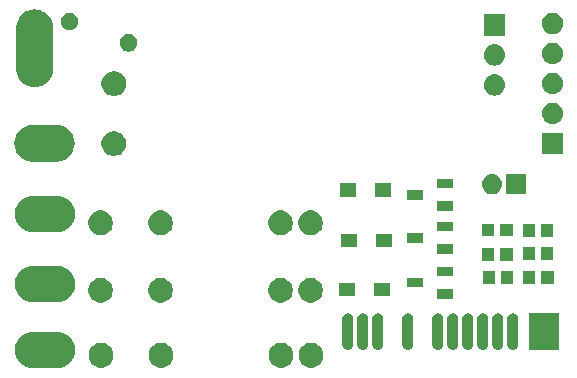
<source format=gbr>
G04 #@! TF.GenerationSoftware,KiCad,Pcbnew,(5.0.2)-1*
G04 #@! TF.CreationDate,2019-05-25T20:10:37+08:00*
G04 #@! TF.ProjectId,3RELAY,3352454c-4159-42e6-9b69-6361645f7063,rev?*
G04 #@! TF.SameCoordinates,Original*
G04 #@! TF.FileFunction,Soldermask,Top*
G04 #@! TF.FilePolarity,Negative*
%FSLAX46Y46*%
G04 Gerber Fmt 4.6, Leading zero omitted, Abs format (unit mm)*
G04 Created by KiCad (PCBNEW (5.0.2)-1) date 2019-05-25 20:10:37*
%MOMM*%
%LPD*%
G01*
G04 APERTURE LIST*
%ADD10C,0.100000*%
G04 APERTURE END LIST*
D10*
G36*
X134649463Y-127455461D02*
X134801369Y-127470422D01*
X134996279Y-127529547D01*
X135093735Y-127559110D01*
X135192010Y-127611640D01*
X135363178Y-127703131D01*
X135599349Y-127896951D01*
X135793169Y-128133122D01*
X135884660Y-128304290D01*
X135937190Y-128402565D01*
X135937190Y-128402566D01*
X136025878Y-128694931D01*
X136055824Y-128998980D01*
X136025878Y-129303029D01*
X135966753Y-129497939D01*
X135937190Y-129595395D01*
X135884660Y-129693670D01*
X135793169Y-129864838D01*
X135599349Y-130101009D01*
X135363178Y-130294829D01*
X135218195Y-130372324D01*
X135093735Y-130438850D01*
X134996279Y-130468413D01*
X134801369Y-130527538D01*
X134649463Y-130542499D01*
X134573511Y-130549980D01*
X132421129Y-130549980D01*
X132345177Y-130542499D01*
X132193271Y-130527538D01*
X131998361Y-130468413D01*
X131900905Y-130438850D01*
X131776445Y-130372324D01*
X131631462Y-130294829D01*
X131395291Y-130101009D01*
X131201471Y-129864838D01*
X131109980Y-129693670D01*
X131057450Y-129595395D01*
X131027887Y-129497939D01*
X130968762Y-129303029D01*
X130938816Y-128998980D01*
X130968762Y-128694931D01*
X131057450Y-128402566D01*
X131057450Y-128402565D01*
X131109980Y-128304290D01*
X131201471Y-128133122D01*
X131395291Y-127896951D01*
X131631462Y-127703131D01*
X131802630Y-127611640D01*
X131900905Y-127559110D01*
X131998361Y-127529547D01*
X132193271Y-127470422D01*
X132345177Y-127455461D01*
X132421129Y-127447980D01*
X134573511Y-127447980D01*
X134649463Y-127455461D01*
X134649463Y-127455461D01*
G37*
G36*
X156322405Y-128430329D02*
X156513674Y-128509555D01*
X156685816Y-128624577D01*
X156832203Y-128770964D01*
X156947225Y-128943106D01*
X157026451Y-129134375D01*
X157066840Y-129337424D01*
X157066840Y-129544456D01*
X157026451Y-129747505D01*
X156947225Y-129938774D01*
X156832203Y-130110916D01*
X156685816Y-130257303D01*
X156513674Y-130372325D01*
X156322405Y-130451551D01*
X156119356Y-130491940D01*
X155912324Y-130491940D01*
X155709275Y-130451551D01*
X155518006Y-130372325D01*
X155345864Y-130257303D01*
X155199477Y-130110916D01*
X155084455Y-129938774D01*
X155005229Y-129747505D01*
X154964840Y-129544456D01*
X154964840Y-129337424D01*
X155005229Y-129134375D01*
X155084455Y-128943106D01*
X155199477Y-128770964D01*
X155345864Y-128624577D01*
X155518006Y-128509555D01*
X155709275Y-128430329D01*
X155912324Y-128389940D01*
X156119356Y-128389940D01*
X156322405Y-128430329D01*
X156322405Y-128430329D01*
G37*
G36*
X143622405Y-128430329D02*
X143813674Y-128509555D01*
X143985816Y-128624577D01*
X144132203Y-128770964D01*
X144247225Y-128943106D01*
X144326451Y-129134375D01*
X144366840Y-129337424D01*
X144366840Y-129544456D01*
X144326451Y-129747505D01*
X144247225Y-129938774D01*
X144132203Y-130110916D01*
X143985816Y-130257303D01*
X143813674Y-130372325D01*
X143622405Y-130451551D01*
X143419356Y-130491940D01*
X143212324Y-130491940D01*
X143009275Y-130451551D01*
X142818006Y-130372325D01*
X142645864Y-130257303D01*
X142499477Y-130110916D01*
X142384455Y-129938774D01*
X142305229Y-129747505D01*
X142264840Y-129544456D01*
X142264840Y-129337424D01*
X142305229Y-129134375D01*
X142384455Y-128943106D01*
X142499477Y-128770964D01*
X142645864Y-128624577D01*
X142818006Y-128509555D01*
X143009275Y-128430329D01*
X143212324Y-128389940D01*
X143419356Y-128389940D01*
X143622405Y-128430329D01*
X143622405Y-128430329D01*
G37*
G36*
X153782405Y-128430329D02*
X153973674Y-128509555D01*
X154145816Y-128624577D01*
X154292203Y-128770964D01*
X154407225Y-128943106D01*
X154486451Y-129134375D01*
X154526840Y-129337424D01*
X154526840Y-129544456D01*
X154486451Y-129747505D01*
X154407225Y-129938774D01*
X154292203Y-130110916D01*
X154145816Y-130257303D01*
X153973674Y-130372325D01*
X153782405Y-130451551D01*
X153579356Y-130491940D01*
X153372324Y-130491940D01*
X153169275Y-130451551D01*
X152978006Y-130372325D01*
X152805864Y-130257303D01*
X152659477Y-130110916D01*
X152544455Y-129938774D01*
X152465229Y-129747505D01*
X152424840Y-129544456D01*
X152424840Y-129337424D01*
X152465229Y-129134375D01*
X152544455Y-128943106D01*
X152659477Y-128770964D01*
X152805864Y-128624577D01*
X152978006Y-128509555D01*
X153169275Y-128430329D01*
X153372324Y-128389940D01*
X153579356Y-128389940D01*
X153782405Y-128430329D01*
X153782405Y-128430329D01*
G37*
G36*
X138542405Y-128430329D02*
X138733674Y-128509555D01*
X138905816Y-128624577D01*
X139052203Y-128770964D01*
X139167225Y-128943106D01*
X139246451Y-129134375D01*
X139286840Y-129337424D01*
X139286840Y-129544456D01*
X139246451Y-129747505D01*
X139167225Y-129938774D01*
X139052203Y-130110916D01*
X138905816Y-130257303D01*
X138733674Y-130372325D01*
X138542405Y-130451551D01*
X138339356Y-130491940D01*
X138132324Y-130491940D01*
X137929275Y-130451551D01*
X137738006Y-130372325D01*
X137565864Y-130257303D01*
X137419477Y-130110916D01*
X137304455Y-129938774D01*
X137225229Y-129747505D01*
X137184840Y-129544456D01*
X137184840Y-129337424D01*
X137225229Y-129134375D01*
X137304455Y-128943106D01*
X137419477Y-128770964D01*
X137565864Y-128624577D01*
X137738006Y-128509555D01*
X137929275Y-128430329D01*
X138132324Y-128389940D01*
X138339356Y-128389940D01*
X138542405Y-128430329D01*
X138542405Y-128430329D01*
G37*
G36*
X160489413Y-125879705D02*
X160564456Y-125902470D01*
X160574425Y-125905494D01*
X160652774Y-125947373D01*
X160721448Y-126003732D01*
X160777807Y-126072406D01*
X160819686Y-126150755D01*
X160819687Y-126150759D01*
X160845475Y-126235767D01*
X160852000Y-126302022D01*
X160852000Y-128546338D01*
X160845475Y-128612593D01*
X160822710Y-128687636D01*
X160819686Y-128697605D01*
X160777807Y-128775954D01*
X160721450Y-128844626D01*
X160721446Y-128844630D01*
X160652777Y-128900985D01*
X160652773Y-128900987D01*
X160574424Y-128942866D01*
X160564455Y-128945890D01*
X160489412Y-128968655D01*
X160401000Y-128977362D01*
X160312587Y-128968655D01*
X160237544Y-128945890D01*
X160227575Y-128942866D01*
X160149226Y-128900987D01*
X160080552Y-128844628D01*
X160080550Y-128844626D01*
X160024195Y-128775957D01*
X160019664Y-128767479D01*
X159982314Y-128697604D01*
X159979290Y-128687635D01*
X159956525Y-128612592D01*
X159950000Y-128546337D01*
X159950001Y-126302022D01*
X159956526Y-126235767D01*
X159982314Y-126150759D01*
X159982315Y-126150755D01*
X160024194Y-126072406D01*
X160080553Y-126003732D01*
X160149227Y-125947373D01*
X160227576Y-125905494D01*
X160237545Y-125902470D01*
X160312588Y-125879705D01*
X160401000Y-125870998D01*
X160489413Y-125879705D01*
X160489413Y-125879705D01*
G37*
G36*
X161759413Y-125879705D02*
X161834456Y-125902470D01*
X161844425Y-125905494D01*
X161922774Y-125947373D01*
X161991448Y-126003732D01*
X162047807Y-126072406D01*
X162089686Y-126150755D01*
X162089687Y-126150759D01*
X162115475Y-126235767D01*
X162122000Y-126302022D01*
X162122000Y-128546338D01*
X162115475Y-128612593D01*
X162092710Y-128687636D01*
X162089686Y-128697605D01*
X162047807Y-128775954D01*
X161991450Y-128844626D01*
X161991446Y-128844630D01*
X161922777Y-128900985D01*
X161922773Y-128900987D01*
X161844424Y-128942866D01*
X161834455Y-128945890D01*
X161759412Y-128968655D01*
X161671000Y-128977362D01*
X161582587Y-128968655D01*
X161507544Y-128945890D01*
X161497575Y-128942866D01*
X161419226Y-128900987D01*
X161350552Y-128844628D01*
X161350550Y-128844626D01*
X161294195Y-128775957D01*
X161289664Y-128767479D01*
X161252314Y-128697604D01*
X161249290Y-128687635D01*
X161226525Y-128612592D01*
X161220000Y-128546337D01*
X161220001Y-126302022D01*
X161226526Y-126235767D01*
X161252314Y-126150759D01*
X161252315Y-126150755D01*
X161294194Y-126072406D01*
X161350553Y-126003732D01*
X161419227Y-125947373D01*
X161497576Y-125905494D01*
X161507545Y-125902470D01*
X161582588Y-125879705D01*
X161671000Y-125870998D01*
X161759413Y-125879705D01*
X161759413Y-125879705D01*
G37*
G36*
X159219413Y-125879705D02*
X159294456Y-125902470D01*
X159304425Y-125905494D01*
X159382774Y-125947373D01*
X159451448Y-126003732D01*
X159507807Y-126072406D01*
X159549686Y-126150755D01*
X159549687Y-126150759D01*
X159575475Y-126235767D01*
X159582000Y-126302022D01*
X159582000Y-128546338D01*
X159575475Y-128612593D01*
X159552710Y-128687636D01*
X159549686Y-128697605D01*
X159507807Y-128775954D01*
X159451450Y-128844626D01*
X159451446Y-128844630D01*
X159382777Y-128900985D01*
X159382773Y-128900987D01*
X159304424Y-128942866D01*
X159294455Y-128945890D01*
X159219412Y-128968655D01*
X159131000Y-128977362D01*
X159042587Y-128968655D01*
X158967544Y-128945890D01*
X158957575Y-128942866D01*
X158879226Y-128900987D01*
X158810552Y-128844628D01*
X158810550Y-128844626D01*
X158754195Y-128775957D01*
X158749664Y-128767479D01*
X158712314Y-128697604D01*
X158709290Y-128687635D01*
X158686525Y-128612592D01*
X158680000Y-128546337D01*
X158680001Y-126302022D01*
X158686526Y-126235767D01*
X158712314Y-126150759D01*
X158712315Y-126150755D01*
X158754194Y-126072406D01*
X158810553Y-126003732D01*
X158879227Y-125947373D01*
X158957576Y-125905494D01*
X158967545Y-125902470D01*
X159042588Y-125879705D01*
X159131000Y-125870998D01*
X159219413Y-125879705D01*
X159219413Y-125879705D01*
G37*
G36*
X164299413Y-125879705D02*
X164374456Y-125902470D01*
X164384425Y-125905494D01*
X164462774Y-125947373D01*
X164531448Y-126003732D01*
X164587807Y-126072406D01*
X164629686Y-126150755D01*
X164629687Y-126150759D01*
X164655475Y-126235767D01*
X164662000Y-126302022D01*
X164662000Y-128546338D01*
X164655475Y-128612593D01*
X164632710Y-128687636D01*
X164629686Y-128697605D01*
X164587807Y-128775954D01*
X164531450Y-128844626D01*
X164531446Y-128844630D01*
X164462777Y-128900985D01*
X164462773Y-128900987D01*
X164384424Y-128942866D01*
X164374455Y-128945890D01*
X164299412Y-128968655D01*
X164211000Y-128977362D01*
X164122587Y-128968655D01*
X164047544Y-128945890D01*
X164037575Y-128942866D01*
X163959226Y-128900987D01*
X163890552Y-128844628D01*
X163890550Y-128844626D01*
X163834195Y-128775957D01*
X163829664Y-128767479D01*
X163792314Y-128697604D01*
X163789290Y-128687635D01*
X163766525Y-128612592D01*
X163760000Y-128546337D01*
X163760001Y-126302022D01*
X163766526Y-126235767D01*
X163792314Y-126150759D01*
X163792315Y-126150755D01*
X163834194Y-126072406D01*
X163890553Y-126003732D01*
X163959227Y-125947373D01*
X164037576Y-125905494D01*
X164047545Y-125902470D01*
X164122588Y-125879705D01*
X164211000Y-125870998D01*
X164299413Y-125879705D01*
X164299413Y-125879705D01*
G37*
G36*
X170649413Y-125879705D02*
X170724456Y-125902470D01*
X170734425Y-125905494D01*
X170812774Y-125947373D01*
X170881448Y-126003732D01*
X170937807Y-126072406D01*
X170979686Y-126150755D01*
X170979687Y-126150759D01*
X171005475Y-126235767D01*
X171012000Y-126302022D01*
X171012000Y-128546338D01*
X171005475Y-128612593D01*
X170982710Y-128687636D01*
X170979686Y-128697605D01*
X170937807Y-128775954D01*
X170881450Y-128844626D01*
X170881446Y-128844630D01*
X170812777Y-128900985D01*
X170812773Y-128900987D01*
X170734424Y-128942866D01*
X170724455Y-128945890D01*
X170649412Y-128968655D01*
X170561000Y-128977362D01*
X170472587Y-128968655D01*
X170397544Y-128945890D01*
X170387575Y-128942866D01*
X170309226Y-128900987D01*
X170240552Y-128844628D01*
X170240550Y-128844626D01*
X170184195Y-128775957D01*
X170179664Y-128767479D01*
X170142314Y-128697604D01*
X170139290Y-128687635D01*
X170116525Y-128612592D01*
X170110000Y-128546337D01*
X170110001Y-126302022D01*
X170116526Y-126235767D01*
X170142314Y-126150759D01*
X170142315Y-126150755D01*
X170184194Y-126072406D01*
X170240553Y-126003732D01*
X170309227Y-125947373D01*
X170387576Y-125905494D01*
X170397545Y-125902470D01*
X170472588Y-125879705D01*
X170561000Y-125870998D01*
X170649413Y-125879705D01*
X170649413Y-125879705D01*
G37*
G36*
X171919413Y-125879705D02*
X171994456Y-125902470D01*
X172004425Y-125905494D01*
X172082774Y-125947373D01*
X172151448Y-126003732D01*
X172207807Y-126072406D01*
X172249686Y-126150755D01*
X172249687Y-126150759D01*
X172275475Y-126235767D01*
X172282000Y-126302022D01*
X172282000Y-128546338D01*
X172275475Y-128612593D01*
X172252710Y-128687636D01*
X172249686Y-128697605D01*
X172207807Y-128775954D01*
X172151450Y-128844626D01*
X172151446Y-128844630D01*
X172082777Y-128900985D01*
X172082773Y-128900987D01*
X172004424Y-128942866D01*
X171994455Y-128945890D01*
X171919412Y-128968655D01*
X171831000Y-128977362D01*
X171742587Y-128968655D01*
X171667544Y-128945890D01*
X171657575Y-128942866D01*
X171579226Y-128900987D01*
X171510552Y-128844628D01*
X171510550Y-128844626D01*
X171454195Y-128775957D01*
X171449664Y-128767479D01*
X171412314Y-128697604D01*
X171409290Y-128687635D01*
X171386525Y-128612592D01*
X171380000Y-128546337D01*
X171380001Y-126302022D01*
X171386526Y-126235767D01*
X171412314Y-126150759D01*
X171412315Y-126150755D01*
X171454194Y-126072406D01*
X171510553Y-126003732D01*
X171579227Y-125947373D01*
X171657576Y-125905494D01*
X171667545Y-125902470D01*
X171742588Y-125879705D01*
X171831000Y-125870998D01*
X171919413Y-125879705D01*
X171919413Y-125879705D01*
G37*
G36*
X173189413Y-125879705D02*
X173264456Y-125902470D01*
X173274425Y-125905494D01*
X173352774Y-125947373D01*
X173421448Y-126003732D01*
X173477807Y-126072406D01*
X173519686Y-126150755D01*
X173519687Y-126150759D01*
X173545475Y-126235767D01*
X173552000Y-126302022D01*
X173552000Y-128546338D01*
X173545475Y-128612593D01*
X173522710Y-128687636D01*
X173519686Y-128697605D01*
X173477807Y-128775954D01*
X173421450Y-128844626D01*
X173421446Y-128844630D01*
X173352777Y-128900985D01*
X173352773Y-128900987D01*
X173274424Y-128942866D01*
X173264455Y-128945890D01*
X173189412Y-128968655D01*
X173101000Y-128977362D01*
X173012587Y-128968655D01*
X172937544Y-128945890D01*
X172927575Y-128942866D01*
X172849226Y-128900987D01*
X172780552Y-128844628D01*
X172780550Y-128844626D01*
X172724195Y-128775957D01*
X172719664Y-128767479D01*
X172682314Y-128697604D01*
X172679290Y-128687635D01*
X172656525Y-128612592D01*
X172650000Y-128546337D01*
X172650001Y-126302022D01*
X172656526Y-126235767D01*
X172682314Y-126150759D01*
X172682315Y-126150755D01*
X172724194Y-126072406D01*
X172780553Y-126003732D01*
X172849227Y-125947373D01*
X172927576Y-125905494D01*
X172937545Y-125902470D01*
X173012588Y-125879705D01*
X173101000Y-125870998D01*
X173189413Y-125879705D01*
X173189413Y-125879705D01*
G37*
G36*
X169379413Y-125879705D02*
X169454456Y-125902470D01*
X169464425Y-125905494D01*
X169542774Y-125947373D01*
X169611448Y-126003732D01*
X169667807Y-126072406D01*
X169709686Y-126150755D01*
X169709687Y-126150759D01*
X169735475Y-126235767D01*
X169742000Y-126302022D01*
X169742000Y-128546338D01*
X169735475Y-128612593D01*
X169712710Y-128687636D01*
X169709686Y-128697605D01*
X169667807Y-128775954D01*
X169611450Y-128844626D01*
X169611446Y-128844630D01*
X169542777Y-128900985D01*
X169542773Y-128900987D01*
X169464424Y-128942866D01*
X169454455Y-128945890D01*
X169379412Y-128968655D01*
X169291000Y-128977362D01*
X169202587Y-128968655D01*
X169127544Y-128945890D01*
X169117575Y-128942866D01*
X169039226Y-128900987D01*
X168970552Y-128844628D01*
X168970550Y-128844626D01*
X168914195Y-128775957D01*
X168909664Y-128767479D01*
X168872314Y-128697604D01*
X168869290Y-128687635D01*
X168846525Y-128612592D01*
X168840000Y-128546337D01*
X168840001Y-126302022D01*
X168846526Y-126235767D01*
X168872314Y-126150759D01*
X168872315Y-126150755D01*
X168914194Y-126072406D01*
X168970553Y-126003732D01*
X169039227Y-125947373D01*
X169117576Y-125905494D01*
X169127545Y-125902470D01*
X169202588Y-125879705D01*
X169291000Y-125870998D01*
X169379413Y-125879705D01*
X169379413Y-125879705D01*
G37*
G36*
X166839413Y-125879705D02*
X166914456Y-125902470D01*
X166924425Y-125905494D01*
X167002774Y-125947373D01*
X167071448Y-126003732D01*
X167127807Y-126072406D01*
X167169686Y-126150755D01*
X167169687Y-126150759D01*
X167195475Y-126235767D01*
X167202000Y-126302022D01*
X167202000Y-128546338D01*
X167195475Y-128612593D01*
X167172710Y-128687636D01*
X167169686Y-128697605D01*
X167127807Y-128775954D01*
X167071450Y-128844626D01*
X167071446Y-128844630D01*
X167002777Y-128900985D01*
X167002773Y-128900987D01*
X166924424Y-128942866D01*
X166914455Y-128945890D01*
X166839412Y-128968655D01*
X166751000Y-128977362D01*
X166662587Y-128968655D01*
X166587544Y-128945890D01*
X166577575Y-128942866D01*
X166499226Y-128900987D01*
X166430552Y-128844628D01*
X166430550Y-128844626D01*
X166374195Y-128775957D01*
X166369664Y-128767479D01*
X166332314Y-128697604D01*
X166329290Y-128687635D01*
X166306525Y-128612592D01*
X166300000Y-128546337D01*
X166300001Y-126302022D01*
X166306526Y-126235767D01*
X166332314Y-126150759D01*
X166332315Y-126150755D01*
X166374194Y-126072406D01*
X166430553Y-126003732D01*
X166499227Y-125947373D01*
X166577576Y-125905494D01*
X166587545Y-125902470D01*
X166662588Y-125879705D01*
X166751000Y-125870998D01*
X166839413Y-125879705D01*
X166839413Y-125879705D01*
G37*
G36*
X168109413Y-125879705D02*
X168184456Y-125902470D01*
X168194425Y-125905494D01*
X168272774Y-125947373D01*
X168341448Y-126003732D01*
X168397807Y-126072406D01*
X168439686Y-126150755D01*
X168439687Y-126150759D01*
X168465475Y-126235767D01*
X168472000Y-126302022D01*
X168472000Y-128546338D01*
X168465475Y-128612593D01*
X168442710Y-128687636D01*
X168439686Y-128697605D01*
X168397807Y-128775954D01*
X168341450Y-128844626D01*
X168341446Y-128844630D01*
X168272777Y-128900985D01*
X168272773Y-128900987D01*
X168194424Y-128942866D01*
X168184455Y-128945890D01*
X168109412Y-128968655D01*
X168021000Y-128977362D01*
X167932587Y-128968655D01*
X167857544Y-128945890D01*
X167847575Y-128942866D01*
X167769226Y-128900987D01*
X167700552Y-128844628D01*
X167700550Y-128844626D01*
X167644195Y-128775957D01*
X167639664Y-128767479D01*
X167602314Y-128697604D01*
X167599290Y-128687635D01*
X167576525Y-128612592D01*
X167570000Y-128546337D01*
X167570001Y-126302022D01*
X167576526Y-126235767D01*
X167602314Y-126150759D01*
X167602315Y-126150755D01*
X167644194Y-126072406D01*
X167700553Y-126003732D01*
X167769227Y-125947373D01*
X167847576Y-125905494D01*
X167857545Y-125902470D01*
X167932588Y-125879705D01*
X168021000Y-125870998D01*
X168109413Y-125879705D01*
X168109413Y-125879705D01*
G37*
G36*
X177048680Y-128975180D02*
X174446680Y-128975180D01*
X174446680Y-125873180D01*
X177048680Y-125873180D01*
X177048680Y-128975180D01*
X177048680Y-128975180D01*
G37*
G36*
X138510505Y-122915989D02*
X138701774Y-122995215D01*
X138873916Y-123110237D01*
X139020303Y-123256624D01*
X139135325Y-123428766D01*
X139214551Y-123620035D01*
X139254940Y-123823084D01*
X139254940Y-124030116D01*
X139214551Y-124233165D01*
X139135325Y-124424434D01*
X139020303Y-124596576D01*
X138873916Y-124742963D01*
X138701774Y-124857985D01*
X138510505Y-124937211D01*
X138307456Y-124977600D01*
X138100424Y-124977600D01*
X137897375Y-124937211D01*
X137706106Y-124857985D01*
X137533964Y-124742963D01*
X137387577Y-124596576D01*
X137272555Y-124424434D01*
X137193329Y-124233165D01*
X137152940Y-124030116D01*
X137152940Y-123823084D01*
X137193329Y-123620035D01*
X137272555Y-123428766D01*
X137387577Y-123256624D01*
X137533964Y-123110237D01*
X137706106Y-122995215D01*
X137897375Y-122915989D01*
X138100424Y-122875600D01*
X138307456Y-122875600D01*
X138510505Y-122915989D01*
X138510505Y-122915989D01*
G37*
G36*
X153750505Y-122915989D02*
X153941774Y-122995215D01*
X154113916Y-123110237D01*
X154260303Y-123256624D01*
X154375325Y-123428766D01*
X154454551Y-123620035D01*
X154494940Y-123823084D01*
X154494940Y-124030116D01*
X154454551Y-124233165D01*
X154375325Y-124424434D01*
X154260303Y-124596576D01*
X154113916Y-124742963D01*
X153941774Y-124857985D01*
X153750505Y-124937211D01*
X153547456Y-124977600D01*
X153340424Y-124977600D01*
X153137375Y-124937211D01*
X152946106Y-124857985D01*
X152773964Y-124742963D01*
X152627577Y-124596576D01*
X152512555Y-124424434D01*
X152433329Y-124233165D01*
X152392940Y-124030116D01*
X152392940Y-123823084D01*
X152433329Y-123620035D01*
X152512555Y-123428766D01*
X152627577Y-123256624D01*
X152773964Y-123110237D01*
X152946106Y-122995215D01*
X153137375Y-122915989D01*
X153340424Y-122875600D01*
X153547456Y-122875600D01*
X153750505Y-122915989D01*
X153750505Y-122915989D01*
G37*
G36*
X143590505Y-122915989D02*
X143781774Y-122995215D01*
X143953916Y-123110237D01*
X144100303Y-123256624D01*
X144215325Y-123428766D01*
X144294551Y-123620035D01*
X144334940Y-123823084D01*
X144334940Y-124030116D01*
X144294551Y-124233165D01*
X144215325Y-124424434D01*
X144100303Y-124596576D01*
X143953916Y-124742963D01*
X143781774Y-124857985D01*
X143590505Y-124937211D01*
X143387456Y-124977600D01*
X143180424Y-124977600D01*
X142977375Y-124937211D01*
X142786106Y-124857985D01*
X142613964Y-124742963D01*
X142467577Y-124596576D01*
X142352555Y-124424434D01*
X142273329Y-124233165D01*
X142232940Y-124030116D01*
X142232940Y-123823084D01*
X142273329Y-123620035D01*
X142352555Y-123428766D01*
X142467577Y-123256624D01*
X142613964Y-123110237D01*
X142786106Y-122995215D01*
X142977375Y-122915989D01*
X143180424Y-122875600D01*
X143387456Y-122875600D01*
X143590505Y-122915989D01*
X143590505Y-122915989D01*
G37*
G36*
X156290505Y-122915989D02*
X156481774Y-122995215D01*
X156653916Y-123110237D01*
X156800303Y-123256624D01*
X156915325Y-123428766D01*
X156994551Y-123620035D01*
X157034940Y-123823084D01*
X157034940Y-124030116D01*
X156994551Y-124233165D01*
X156915325Y-124424434D01*
X156800303Y-124596576D01*
X156653916Y-124742963D01*
X156481774Y-124857985D01*
X156290505Y-124937211D01*
X156087456Y-124977600D01*
X155880424Y-124977600D01*
X155677375Y-124937211D01*
X155486106Y-124857985D01*
X155313964Y-124742963D01*
X155167577Y-124596576D01*
X155052555Y-124424434D01*
X154973329Y-124233165D01*
X154932940Y-124030116D01*
X154932940Y-123823084D01*
X154973329Y-123620035D01*
X155052555Y-123428766D01*
X155167577Y-123256624D01*
X155313964Y-123110237D01*
X155486106Y-122995215D01*
X155677375Y-122915989D01*
X155880424Y-122875600D01*
X156087456Y-122875600D01*
X156290505Y-122915989D01*
X156290505Y-122915989D01*
G37*
G36*
X134672323Y-121854761D02*
X134824229Y-121869722D01*
X135019139Y-121928847D01*
X135116595Y-121958410D01*
X135214870Y-122010940D01*
X135386038Y-122102431D01*
X135622209Y-122296251D01*
X135816029Y-122532422D01*
X135907520Y-122703590D01*
X135960050Y-122801865D01*
X135960050Y-122801866D01*
X136048738Y-123094231D01*
X136078684Y-123398280D01*
X136048738Y-123702329D01*
X136012107Y-123823084D01*
X135960050Y-123994695D01*
X135941118Y-124030114D01*
X135816029Y-124264138D01*
X135622209Y-124500309D01*
X135386038Y-124694129D01*
X135294672Y-124742965D01*
X135116595Y-124838150D01*
X135051210Y-124857984D01*
X134824229Y-124926838D01*
X134718909Y-124937211D01*
X134596371Y-124949280D01*
X132443989Y-124949280D01*
X132321451Y-124937211D01*
X132216131Y-124926838D01*
X131989150Y-124857984D01*
X131923765Y-124838150D01*
X131745688Y-124742965D01*
X131654322Y-124694129D01*
X131418151Y-124500309D01*
X131224331Y-124264138D01*
X131099242Y-124030114D01*
X131080310Y-123994695D01*
X131028253Y-123823084D01*
X130991622Y-123702329D01*
X130961676Y-123398280D01*
X130991622Y-123094231D01*
X131080310Y-122801866D01*
X131080310Y-122801865D01*
X131132840Y-122703590D01*
X131224331Y-122532422D01*
X131418151Y-122296251D01*
X131654322Y-122102431D01*
X131825490Y-122010940D01*
X131923765Y-121958410D01*
X132021221Y-121928847D01*
X132216131Y-121869722D01*
X132368037Y-121854761D01*
X132443989Y-121847280D01*
X134596371Y-121847280D01*
X134672323Y-121854761D01*
X134672323Y-121854761D01*
G37*
G36*
X168039460Y-124647680D02*
X166687460Y-124647680D01*
X166687460Y-123845680D01*
X168039460Y-123845680D01*
X168039460Y-124647680D01*
X168039460Y-124647680D01*
G37*
G36*
X159785620Y-124442040D02*
X158433620Y-124442040D01*
X158433620Y-123340040D01*
X159785620Y-123340040D01*
X159785620Y-124442040D01*
X159785620Y-124442040D01*
G37*
G36*
X162735620Y-124442040D02*
X161383620Y-124442040D01*
X161383620Y-123340040D01*
X162735620Y-123340040D01*
X162735620Y-124442040D01*
X162735620Y-124442040D01*
G37*
G36*
X165539460Y-123697680D02*
X164187460Y-123697680D01*
X164187460Y-122895680D01*
X165539460Y-122895680D01*
X165539460Y-123697680D01*
X165539460Y-123697680D01*
G37*
G36*
X175018320Y-123408420D02*
X173986320Y-123408420D01*
X173986320Y-122326420D01*
X175018320Y-122326420D01*
X175018320Y-123408420D01*
X175018320Y-123408420D01*
G37*
G36*
X176558320Y-123408420D02*
X175526320Y-123408420D01*
X175526320Y-122326420D01*
X176558320Y-122326420D01*
X176558320Y-123408420D01*
X176558320Y-123408420D01*
G37*
G36*
X171610020Y-123385560D02*
X170578020Y-123385560D01*
X170578020Y-122303560D01*
X171610020Y-122303560D01*
X171610020Y-123385560D01*
X171610020Y-123385560D01*
G37*
G36*
X173150020Y-123385560D02*
X172118020Y-123385560D01*
X172118020Y-122303560D01*
X173150020Y-122303560D01*
X173150020Y-123385560D01*
X173150020Y-123385560D01*
G37*
G36*
X168039460Y-122747680D02*
X166687460Y-122747680D01*
X166687460Y-121945680D01*
X168039460Y-121945680D01*
X168039460Y-122747680D01*
X168039460Y-122747680D01*
G37*
G36*
X173089060Y-121445000D02*
X172057060Y-121445000D01*
X172057060Y-120363000D01*
X173089060Y-120363000D01*
X173089060Y-121445000D01*
X173089060Y-121445000D01*
G37*
G36*
X171549060Y-121445000D02*
X170517060Y-121445000D01*
X170517060Y-120363000D01*
X171549060Y-120363000D01*
X171549060Y-121445000D01*
X171549060Y-121445000D01*
G37*
G36*
X176528220Y-121386580D02*
X175496220Y-121386580D01*
X175496220Y-120304580D01*
X176528220Y-120304580D01*
X176528220Y-121386580D01*
X176528220Y-121386580D01*
G37*
G36*
X174988220Y-121386580D02*
X173956220Y-121386580D01*
X173956220Y-120304580D01*
X174988220Y-120304580D01*
X174988220Y-121386580D01*
X174988220Y-121386580D01*
G37*
G36*
X168013740Y-120857960D02*
X166661740Y-120857960D01*
X166661740Y-120055960D01*
X168013740Y-120055960D01*
X168013740Y-120857960D01*
X168013740Y-120857960D01*
G37*
G36*
X159903520Y-120306920D02*
X158551520Y-120306920D01*
X158551520Y-119204920D01*
X159903520Y-119204920D01*
X159903520Y-120306920D01*
X159903520Y-120306920D01*
G37*
G36*
X162853520Y-120306920D02*
X161501520Y-120306920D01*
X161501520Y-119204920D01*
X162853520Y-119204920D01*
X162853520Y-120306920D01*
X162853520Y-120306920D01*
G37*
G36*
X165513740Y-119907960D02*
X164161740Y-119907960D01*
X164161740Y-119105960D01*
X165513740Y-119105960D01*
X165513740Y-119907960D01*
X165513740Y-119907960D01*
G37*
G36*
X174980980Y-119397760D02*
X173948980Y-119397760D01*
X173948980Y-118315760D01*
X174980980Y-118315760D01*
X174980980Y-119397760D01*
X174980980Y-119397760D01*
G37*
G36*
X176520980Y-119397760D02*
X175488980Y-119397760D01*
X175488980Y-118315760D01*
X176520980Y-118315760D01*
X176520980Y-119397760D01*
X176520980Y-119397760D01*
G37*
G36*
X173091980Y-119377440D02*
X172059980Y-119377440D01*
X172059980Y-118295440D01*
X173091980Y-118295440D01*
X173091980Y-119377440D01*
X173091980Y-119377440D01*
G37*
G36*
X171551980Y-119377440D02*
X170519980Y-119377440D01*
X170519980Y-118295440D01*
X171551980Y-118295440D01*
X171551980Y-119377440D01*
X171551980Y-119377440D01*
G37*
G36*
X156286845Y-117210029D02*
X156478114Y-117289255D01*
X156650256Y-117404277D01*
X156796643Y-117550664D01*
X156911665Y-117722806D01*
X156990891Y-117914075D01*
X157031280Y-118117124D01*
X157031280Y-118324156D01*
X156990891Y-118527205D01*
X156911665Y-118718474D01*
X156796643Y-118890616D01*
X156650256Y-119037003D01*
X156478114Y-119152025D01*
X156286845Y-119231251D01*
X156083796Y-119271640D01*
X155876764Y-119271640D01*
X155673715Y-119231251D01*
X155482446Y-119152025D01*
X155310304Y-119037003D01*
X155163917Y-118890616D01*
X155048895Y-118718474D01*
X154969669Y-118527205D01*
X154929280Y-118324156D01*
X154929280Y-118117124D01*
X154969669Y-117914075D01*
X155048895Y-117722806D01*
X155163917Y-117550664D01*
X155310304Y-117404277D01*
X155482446Y-117289255D01*
X155673715Y-117210029D01*
X155876764Y-117169640D01*
X156083796Y-117169640D01*
X156286845Y-117210029D01*
X156286845Y-117210029D01*
G37*
G36*
X138506845Y-117210029D02*
X138698114Y-117289255D01*
X138870256Y-117404277D01*
X139016643Y-117550664D01*
X139131665Y-117722806D01*
X139210891Y-117914075D01*
X139251280Y-118117124D01*
X139251280Y-118324156D01*
X139210891Y-118527205D01*
X139131665Y-118718474D01*
X139016643Y-118890616D01*
X138870256Y-119037003D01*
X138698114Y-119152025D01*
X138506845Y-119231251D01*
X138303796Y-119271640D01*
X138096764Y-119271640D01*
X137893715Y-119231251D01*
X137702446Y-119152025D01*
X137530304Y-119037003D01*
X137383917Y-118890616D01*
X137268895Y-118718474D01*
X137189669Y-118527205D01*
X137149280Y-118324156D01*
X137149280Y-118117124D01*
X137189669Y-117914075D01*
X137268895Y-117722806D01*
X137383917Y-117550664D01*
X137530304Y-117404277D01*
X137702446Y-117289255D01*
X137893715Y-117210029D01*
X138096764Y-117169640D01*
X138303796Y-117169640D01*
X138506845Y-117210029D01*
X138506845Y-117210029D01*
G37*
G36*
X143586845Y-117210029D02*
X143778114Y-117289255D01*
X143950256Y-117404277D01*
X144096643Y-117550664D01*
X144211665Y-117722806D01*
X144290891Y-117914075D01*
X144331280Y-118117124D01*
X144331280Y-118324156D01*
X144290891Y-118527205D01*
X144211665Y-118718474D01*
X144096643Y-118890616D01*
X143950256Y-119037003D01*
X143778114Y-119152025D01*
X143586845Y-119231251D01*
X143383796Y-119271640D01*
X143176764Y-119271640D01*
X142973715Y-119231251D01*
X142782446Y-119152025D01*
X142610304Y-119037003D01*
X142463917Y-118890616D01*
X142348895Y-118718474D01*
X142269669Y-118527205D01*
X142229280Y-118324156D01*
X142229280Y-118117124D01*
X142269669Y-117914075D01*
X142348895Y-117722806D01*
X142463917Y-117550664D01*
X142610304Y-117404277D01*
X142782446Y-117289255D01*
X142973715Y-117210029D01*
X143176764Y-117169640D01*
X143383796Y-117169640D01*
X143586845Y-117210029D01*
X143586845Y-117210029D01*
G37*
G36*
X153746845Y-117210029D02*
X153938114Y-117289255D01*
X154110256Y-117404277D01*
X154256643Y-117550664D01*
X154371665Y-117722806D01*
X154450891Y-117914075D01*
X154491280Y-118117124D01*
X154491280Y-118324156D01*
X154450891Y-118527205D01*
X154371665Y-118718474D01*
X154256643Y-118890616D01*
X154110256Y-119037003D01*
X153938114Y-119152025D01*
X153746845Y-119231251D01*
X153543796Y-119271640D01*
X153336764Y-119271640D01*
X153133715Y-119231251D01*
X152942446Y-119152025D01*
X152770304Y-119037003D01*
X152623917Y-118890616D01*
X152508895Y-118718474D01*
X152429669Y-118527205D01*
X152389280Y-118324156D01*
X152389280Y-118117124D01*
X152429669Y-117914075D01*
X152508895Y-117722806D01*
X152623917Y-117550664D01*
X152770304Y-117404277D01*
X152942446Y-117289255D01*
X153133715Y-117210029D01*
X153336764Y-117169640D01*
X153543796Y-117169640D01*
X153746845Y-117210029D01*
X153746845Y-117210029D01*
G37*
G36*
X134659623Y-115931481D02*
X134811529Y-115946442D01*
X134976680Y-115996540D01*
X135103895Y-116035130D01*
X135202170Y-116087660D01*
X135373338Y-116179151D01*
X135609509Y-116372971D01*
X135803329Y-116609142D01*
X135894820Y-116780310D01*
X135947350Y-116878585D01*
X135947350Y-116878586D01*
X136036038Y-117170951D01*
X136065984Y-117475000D01*
X136036038Y-117779049D01*
X135995078Y-117914075D01*
X135947350Y-118071415D01*
X135902159Y-118155960D01*
X135803329Y-118340858D01*
X135609509Y-118577029D01*
X135373338Y-118770849D01*
X135202170Y-118862340D01*
X135103895Y-118914870D01*
X135006439Y-118944433D01*
X134811529Y-119003558D01*
X134659623Y-119018519D01*
X134583671Y-119026000D01*
X132431289Y-119026000D01*
X132355337Y-119018519D01*
X132203431Y-119003558D01*
X132008521Y-118944433D01*
X131911065Y-118914870D01*
X131812790Y-118862340D01*
X131641622Y-118770849D01*
X131405451Y-118577029D01*
X131211631Y-118340858D01*
X131112801Y-118155960D01*
X131067610Y-118071415D01*
X131019882Y-117914075D01*
X130978922Y-117779049D01*
X130948976Y-117475000D01*
X130978922Y-117170951D01*
X131067610Y-116878586D01*
X131067610Y-116878585D01*
X131120140Y-116780310D01*
X131211631Y-116609142D01*
X131405451Y-116372971D01*
X131641622Y-116179151D01*
X131812790Y-116087660D01*
X131911065Y-116035130D01*
X132038280Y-115996540D01*
X132203431Y-115946442D01*
X132355337Y-115931481D01*
X132431289Y-115924000D01*
X134583671Y-115924000D01*
X134659623Y-115931481D01*
X134659623Y-115931481D01*
G37*
G36*
X168013740Y-118957960D02*
X166661740Y-118957960D01*
X166661740Y-118155960D01*
X168013740Y-118155960D01*
X168013740Y-118957960D01*
X168013740Y-118957960D01*
G37*
G36*
X168041680Y-117210520D02*
X166689680Y-117210520D01*
X166689680Y-116408520D01*
X168041680Y-116408520D01*
X168041680Y-117210520D01*
X168041680Y-117210520D01*
G37*
G36*
X165541680Y-116260520D02*
X164189680Y-116260520D01*
X164189680Y-115458520D01*
X165541680Y-115458520D01*
X165541680Y-116260520D01*
X165541680Y-116260520D01*
G37*
G36*
X159829860Y-115996540D02*
X158477860Y-115996540D01*
X158477860Y-114894540D01*
X159829860Y-114894540D01*
X159829860Y-115996540D01*
X159829860Y-115996540D01*
G37*
G36*
X162779860Y-115996540D02*
X161427860Y-115996540D01*
X161427860Y-114894540D01*
X162779860Y-114894540D01*
X162779860Y-115996540D01*
X162779860Y-115996540D01*
G37*
G36*
X171520301Y-114126793D02*
X171520304Y-114126794D01*
X171520305Y-114126794D01*
X171680719Y-114175455D01*
X171680721Y-114175456D01*
X171680724Y-114175457D01*
X171828558Y-114254475D01*
X171958139Y-114360821D01*
X172064485Y-114490402D01*
X172143503Y-114638236D01*
X172192167Y-114798659D01*
X172208597Y-114965480D01*
X172192167Y-115132301D01*
X172143503Y-115292724D01*
X172064485Y-115440558D01*
X171958139Y-115570139D01*
X171828558Y-115676485D01*
X171680724Y-115755503D01*
X171680721Y-115755504D01*
X171680719Y-115755505D01*
X171520305Y-115804166D01*
X171520304Y-115804166D01*
X171520301Y-115804167D01*
X171395284Y-115816480D01*
X171311676Y-115816480D01*
X171186659Y-115804167D01*
X171186656Y-115804166D01*
X171186655Y-115804166D01*
X171026241Y-115755505D01*
X171026239Y-115755504D01*
X171026236Y-115755503D01*
X170878402Y-115676485D01*
X170748821Y-115570139D01*
X170642475Y-115440558D01*
X170563457Y-115292724D01*
X170514793Y-115132301D01*
X170498363Y-114965480D01*
X170514793Y-114798659D01*
X170563457Y-114638236D01*
X170642475Y-114490402D01*
X170748821Y-114360821D01*
X170878402Y-114254475D01*
X171026236Y-114175457D01*
X171026239Y-114175456D01*
X171026241Y-114175455D01*
X171186655Y-114126794D01*
X171186656Y-114126794D01*
X171186659Y-114126793D01*
X171311676Y-114114480D01*
X171395284Y-114114480D01*
X171520301Y-114126793D01*
X171520301Y-114126793D01*
G37*
G36*
X174204480Y-115816480D02*
X172502480Y-115816480D01*
X172502480Y-114114480D01*
X174204480Y-114114480D01*
X174204480Y-115816480D01*
X174204480Y-115816480D01*
G37*
G36*
X168041680Y-115310520D02*
X166689680Y-115310520D01*
X166689680Y-114508520D01*
X168041680Y-114508520D01*
X168041680Y-115310520D01*
X168041680Y-115310520D01*
G37*
G36*
X134616443Y-109956481D02*
X134768349Y-109971442D01*
X134963259Y-110030567D01*
X135060715Y-110060130D01*
X135158990Y-110112660D01*
X135330158Y-110204151D01*
X135566329Y-110397971D01*
X135760149Y-110634142D01*
X135851640Y-110805310D01*
X135904170Y-110903585D01*
X135904170Y-110903586D01*
X135992858Y-111195951D01*
X136022804Y-111500000D01*
X135992858Y-111804049D01*
X135987963Y-111820185D01*
X135904170Y-112096415D01*
X135857572Y-112183593D01*
X135760149Y-112365858D01*
X135566329Y-112602029D01*
X135330158Y-112795849D01*
X135158990Y-112887340D01*
X135060715Y-112939870D01*
X134963259Y-112969433D01*
X134768349Y-113028558D01*
X134616443Y-113043519D01*
X134540491Y-113051000D01*
X132388109Y-113051000D01*
X132312157Y-113043519D01*
X132160251Y-113028558D01*
X131965341Y-112969433D01*
X131867885Y-112939870D01*
X131769610Y-112887340D01*
X131598442Y-112795849D01*
X131362271Y-112602029D01*
X131168451Y-112365858D01*
X131071028Y-112183593D01*
X131024430Y-112096415D01*
X130940637Y-111820185D01*
X130935742Y-111804049D01*
X130905796Y-111500000D01*
X130935742Y-111195951D01*
X131024430Y-110903586D01*
X131024430Y-110903585D01*
X131076960Y-110805310D01*
X131168451Y-110634142D01*
X131362271Y-110397971D01*
X131598442Y-110204151D01*
X131769610Y-110112660D01*
X131867885Y-110060130D01*
X131965341Y-110030567D01*
X132160251Y-109971442D01*
X132312157Y-109956481D01*
X132388109Y-109949000D01*
X134540491Y-109949000D01*
X134616443Y-109956481D01*
X134616443Y-109956481D01*
G37*
G36*
X139630805Y-110503009D02*
X139822074Y-110582235D01*
X139994216Y-110697257D01*
X140140603Y-110843644D01*
X140255625Y-111015786D01*
X140334851Y-111207055D01*
X140375240Y-111410104D01*
X140375240Y-111617136D01*
X140334851Y-111820185D01*
X140255625Y-112011454D01*
X140140603Y-112183596D01*
X139994216Y-112329983D01*
X139822074Y-112445005D01*
X139630805Y-112524231D01*
X139427756Y-112564620D01*
X139220724Y-112564620D01*
X139017675Y-112524231D01*
X138826406Y-112445005D01*
X138654264Y-112329983D01*
X138507877Y-112183596D01*
X138392855Y-112011454D01*
X138313629Y-111820185D01*
X138273240Y-111617136D01*
X138273240Y-111410104D01*
X138313629Y-111207055D01*
X138392855Y-111015786D01*
X138507877Y-110843644D01*
X138654264Y-110697257D01*
X138826406Y-110582235D01*
X139017675Y-110503009D01*
X139220724Y-110462620D01*
X139427756Y-110462620D01*
X139630805Y-110503009D01*
X139630805Y-110503009D01*
G37*
G36*
X177372580Y-112396840D02*
X175570580Y-112396840D01*
X175570580Y-110594840D01*
X177372580Y-110594840D01*
X177372580Y-112396840D01*
X177372580Y-112396840D01*
G37*
G36*
X176582022Y-108061358D02*
X176648207Y-108067877D01*
X176761433Y-108102224D01*
X176818047Y-108119397D01*
X176956667Y-108193492D01*
X176974571Y-108203062D01*
X177010309Y-108232392D01*
X177111766Y-108315654D01*
X177195028Y-108417111D01*
X177224358Y-108452849D01*
X177224359Y-108452851D01*
X177308023Y-108609373D01*
X177308023Y-108609374D01*
X177359543Y-108779213D01*
X177376939Y-108955840D01*
X177359543Y-109132467D01*
X177325196Y-109245693D01*
X177308023Y-109302307D01*
X177233928Y-109440927D01*
X177224358Y-109458831D01*
X177195028Y-109494569D01*
X177111766Y-109596026D01*
X177010309Y-109679288D01*
X176974571Y-109708618D01*
X176974569Y-109708619D01*
X176818047Y-109792283D01*
X176761433Y-109809456D01*
X176648207Y-109843803D01*
X176582022Y-109850322D01*
X176515840Y-109856840D01*
X176427320Y-109856840D01*
X176361138Y-109850322D01*
X176294953Y-109843803D01*
X176181727Y-109809456D01*
X176125113Y-109792283D01*
X175968591Y-109708619D01*
X175968589Y-109708618D01*
X175932851Y-109679288D01*
X175831394Y-109596026D01*
X175748132Y-109494569D01*
X175718802Y-109458831D01*
X175709232Y-109440927D01*
X175635137Y-109302307D01*
X175617964Y-109245693D01*
X175583617Y-109132467D01*
X175566221Y-108955840D01*
X175583617Y-108779213D01*
X175635137Y-108609374D01*
X175635137Y-108609373D01*
X175718801Y-108452851D01*
X175718802Y-108452849D01*
X175748132Y-108417111D01*
X175831394Y-108315654D01*
X175932851Y-108232392D01*
X175968589Y-108203062D01*
X175986493Y-108193492D01*
X176125113Y-108119397D01*
X176181727Y-108102224D01*
X176294953Y-108067877D01*
X176361138Y-108061358D01*
X176427320Y-108054840D01*
X176515840Y-108054840D01*
X176582022Y-108061358D01*
X176582022Y-108061358D01*
G37*
G36*
X139640805Y-105423009D02*
X139832074Y-105502235D01*
X140004216Y-105617257D01*
X140150603Y-105763644D01*
X140265625Y-105935786D01*
X140344851Y-106127055D01*
X140385240Y-106330104D01*
X140385240Y-106537136D01*
X140344851Y-106740185D01*
X140265625Y-106931454D01*
X140150603Y-107103596D01*
X140004216Y-107249983D01*
X139832074Y-107365005D01*
X139640805Y-107444231D01*
X139437756Y-107484620D01*
X139230724Y-107484620D01*
X139027675Y-107444231D01*
X138836406Y-107365005D01*
X138664264Y-107249983D01*
X138517877Y-107103596D01*
X138402855Y-106931454D01*
X138323629Y-106740185D01*
X138283240Y-106537136D01*
X138283240Y-106330104D01*
X138323629Y-106127055D01*
X138402855Y-105935786D01*
X138517877Y-105763644D01*
X138664264Y-105617257D01*
X138836406Y-105502235D01*
X139027675Y-105423009D01*
X139230724Y-105382620D01*
X139437756Y-105382620D01*
X139640805Y-105423009D01*
X139640805Y-105423009D01*
G37*
G36*
X171662043Y-105653439D02*
X171728227Y-105659957D01*
X171841453Y-105694304D01*
X171898067Y-105711477D01*
X172018132Y-105775654D01*
X172054591Y-105795142D01*
X172090329Y-105824472D01*
X172191786Y-105907734D01*
X172275048Y-106009191D01*
X172304378Y-106044929D01*
X172304379Y-106044931D01*
X172388043Y-106201453D01*
X172388043Y-106201454D01*
X172439563Y-106371293D01*
X172456959Y-106547920D01*
X172439563Y-106724547D01*
X172405216Y-106837773D01*
X172388043Y-106894387D01*
X172374978Y-106918829D01*
X172304378Y-107050911D01*
X172300180Y-107056026D01*
X172191786Y-107188106D01*
X172090329Y-107271368D01*
X172054591Y-107300698D01*
X172054589Y-107300699D01*
X171898067Y-107384363D01*
X171841453Y-107401536D01*
X171728227Y-107435883D01*
X171662043Y-107442401D01*
X171595860Y-107448920D01*
X171507340Y-107448920D01*
X171441157Y-107442401D01*
X171374973Y-107435883D01*
X171261747Y-107401536D01*
X171205133Y-107384363D01*
X171048611Y-107300699D01*
X171048609Y-107300698D01*
X171012871Y-107271368D01*
X170911414Y-107188106D01*
X170803020Y-107056026D01*
X170798822Y-107050911D01*
X170728222Y-106918829D01*
X170715157Y-106894387D01*
X170697984Y-106837773D01*
X170663637Y-106724547D01*
X170646241Y-106547920D01*
X170663637Y-106371293D01*
X170715157Y-106201454D01*
X170715157Y-106201453D01*
X170798821Y-106044931D01*
X170798822Y-106044929D01*
X170828152Y-106009191D01*
X170911414Y-105907734D01*
X171012871Y-105824472D01*
X171048609Y-105795142D01*
X171085068Y-105775654D01*
X171205133Y-105711477D01*
X171261747Y-105694304D01*
X171374973Y-105659957D01*
X171441157Y-105653439D01*
X171507340Y-105646920D01*
X171595860Y-105646920D01*
X171662043Y-105653439D01*
X171662043Y-105653439D01*
G37*
G36*
X176582022Y-105521358D02*
X176648207Y-105527877D01*
X176761433Y-105562224D01*
X176818047Y-105579397D01*
X176888873Y-105617255D01*
X176974571Y-105663062D01*
X177010309Y-105692392D01*
X177111766Y-105775654D01*
X177195028Y-105877111D01*
X177224358Y-105912849D01*
X177224359Y-105912851D01*
X177308023Y-106069373D01*
X177308023Y-106069374D01*
X177359543Y-106239213D01*
X177376939Y-106415840D01*
X177359543Y-106592467D01*
X177344660Y-106641530D01*
X177308023Y-106762307D01*
X177237424Y-106894386D01*
X177224358Y-106918831D01*
X177195028Y-106954569D01*
X177111766Y-107056026D01*
X177010309Y-107139288D01*
X176974571Y-107168618D01*
X176974569Y-107168619D01*
X176818047Y-107252283D01*
X176761433Y-107269456D01*
X176648207Y-107303803D01*
X176582022Y-107310322D01*
X176515840Y-107316840D01*
X176427320Y-107316840D01*
X176361138Y-107310322D01*
X176294953Y-107303803D01*
X176181727Y-107269456D01*
X176125113Y-107252283D01*
X175968591Y-107168619D01*
X175968589Y-107168618D01*
X175932851Y-107139288D01*
X175831394Y-107056026D01*
X175748132Y-106954569D01*
X175718802Y-106918831D01*
X175705736Y-106894386D01*
X175635137Y-106762307D01*
X175598500Y-106641530D01*
X175583617Y-106592467D01*
X175566221Y-106415840D01*
X175583617Y-106239213D01*
X175635137Y-106069374D01*
X175635137Y-106069373D01*
X175718801Y-105912851D01*
X175718802Y-105912849D01*
X175748132Y-105877111D01*
X175831394Y-105775654D01*
X175932851Y-105692392D01*
X175968589Y-105663062D01*
X176054287Y-105617255D01*
X176125113Y-105579397D01*
X176181727Y-105562224D01*
X176294953Y-105527877D01*
X176361137Y-105521359D01*
X176427320Y-105514840D01*
X176515840Y-105514840D01*
X176582022Y-105521358D01*
X176582022Y-105521358D01*
G37*
G36*
X132922528Y-100173102D02*
X133117438Y-100232227D01*
X133214894Y-100261790D01*
X133349615Y-100333801D01*
X133484337Y-100405811D01*
X133720509Y-100599631D01*
X133720510Y-100599633D01*
X133720512Y-100599634D01*
X133836801Y-100741334D01*
X133914329Y-100835802D01*
X134005820Y-101006970D01*
X134058350Y-101105245D01*
X134087913Y-101202701D01*
X134147038Y-101397611D01*
X134169480Y-101625470D01*
X134169480Y-105277850D01*
X134147038Y-105505709D01*
X134144268Y-105514840D01*
X134058350Y-105798075D01*
X134005820Y-105896350D01*
X133914329Y-106067518D01*
X133720509Y-106303689D01*
X133484338Y-106497509D01*
X133313170Y-106589000D01*
X133214895Y-106641530D01*
X133117439Y-106671093D01*
X132922529Y-106730218D01*
X132618480Y-106760164D01*
X132314432Y-106730218D01*
X132119522Y-106671093D01*
X132022066Y-106641530D01*
X131923791Y-106589000D01*
X131752623Y-106497509D01*
X131516452Y-106303689D01*
X131322632Y-106067518D01*
X131231141Y-105896350D01*
X131178611Y-105798075D01*
X131092693Y-105514840D01*
X131089923Y-105505709D01*
X131067481Y-105277850D01*
X131067480Y-101625471D01*
X131089922Y-101397612D01*
X131178610Y-101105247D01*
X131178610Y-101105246D01*
X131258876Y-100955081D01*
X131322631Y-100835803D01*
X131516451Y-100599631D01*
X131516453Y-100599630D01*
X131516454Y-100599628D01*
X131675060Y-100469464D01*
X131752622Y-100405811D01*
X131923790Y-100314320D01*
X132022065Y-100261790D01*
X132119521Y-100232227D01*
X132314431Y-100173102D01*
X132618480Y-100143156D01*
X132922528Y-100173102D01*
X132922528Y-100173102D01*
G37*
G36*
X171662042Y-103113438D02*
X171728227Y-103119957D01*
X171841453Y-103154304D01*
X171898067Y-103171477D01*
X171938705Y-103193199D01*
X172054591Y-103255142D01*
X172090329Y-103284472D01*
X172191786Y-103367734D01*
X172261658Y-103452875D01*
X172304378Y-103504929D01*
X172304379Y-103504931D01*
X172388043Y-103661453D01*
X172388043Y-103661454D01*
X172439563Y-103831293D01*
X172456959Y-104007920D01*
X172439563Y-104184547D01*
X172405216Y-104297773D01*
X172388043Y-104354387D01*
X172374978Y-104378829D01*
X172304378Y-104510911D01*
X172300180Y-104516026D01*
X172191786Y-104648106D01*
X172090329Y-104731368D01*
X172054591Y-104760698D01*
X172054589Y-104760699D01*
X171898067Y-104844363D01*
X171841453Y-104861536D01*
X171728227Y-104895883D01*
X171662043Y-104902401D01*
X171595860Y-104908920D01*
X171507340Y-104908920D01*
X171441158Y-104902402D01*
X171374973Y-104895883D01*
X171261747Y-104861536D01*
X171205133Y-104844363D01*
X171048611Y-104760699D01*
X171048609Y-104760698D01*
X171012871Y-104731368D01*
X170911414Y-104648106D01*
X170803020Y-104516026D01*
X170798822Y-104510911D01*
X170728222Y-104378829D01*
X170715157Y-104354387D01*
X170697984Y-104297773D01*
X170663637Y-104184547D01*
X170646241Y-104007920D01*
X170663637Y-103831293D01*
X170715157Y-103661454D01*
X170715157Y-103661453D01*
X170798821Y-103504931D01*
X170798822Y-103504929D01*
X170841542Y-103452875D01*
X170911414Y-103367734D01*
X171012871Y-103284472D01*
X171048609Y-103255142D01*
X171164495Y-103193199D01*
X171205133Y-103171477D01*
X171261747Y-103154304D01*
X171374973Y-103119957D01*
X171441158Y-103113438D01*
X171507340Y-103106920D01*
X171595860Y-103106920D01*
X171662042Y-103113438D01*
X171662042Y-103113438D01*
G37*
G36*
X176582023Y-102981359D02*
X176648207Y-102987877D01*
X176761433Y-103022224D01*
X176818047Y-103039397D01*
X176944372Y-103106920D01*
X176974571Y-103123062D01*
X177010309Y-103152392D01*
X177111766Y-103235654D01*
X177189088Y-103329873D01*
X177224358Y-103372849D01*
X177224359Y-103372851D01*
X177308023Y-103529373D01*
X177308023Y-103529374D01*
X177359543Y-103699213D01*
X177376939Y-103875840D01*
X177359543Y-104052467D01*
X177325196Y-104165693D01*
X177308023Y-104222307D01*
X177237424Y-104354386D01*
X177224358Y-104378831D01*
X177195028Y-104414569D01*
X177111766Y-104516026D01*
X177010309Y-104599288D01*
X176974571Y-104628618D01*
X176974569Y-104628619D01*
X176818047Y-104712283D01*
X176761433Y-104729456D01*
X176648207Y-104763803D01*
X176582022Y-104770322D01*
X176515840Y-104776840D01*
X176427320Y-104776840D01*
X176361138Y-104770322D01*
X176294953Y-104763803D01*
X176181727Y-104729456D01*
X176125113Y-104712283D01*
X175968591Y-104628619D01*
X175968589Y-104628618D01*
X175932851Y-104599288D01*
X175831394Y-104516026D01*
X175748132Y-104414569D01*
X175718802Y-104378831D01*
X175705736Y-104354386D01*
X175635137Y-104222307D01*
X175617964Y-104165693D01*
X175583617Y-104052467D01*
X175566221Y-103875840D01*
X175583617Y-103699213D01*
X175635137Y-103529374D01*
X175635137Y-103529373D01*
X175718801Y-103372851D01*
X175718802Y-103372849D01*
X175754072Y-103329873D01*
X175831394Y-103235654D01*
X175932851Y-103152392D01*
X175968589Y-103123062D01*
X175998788Y-103106920D01*
X176125113Y-103039397D01*
X176181727Y-103022224D01*
X176294953Y-102987877D01*
X176361137Y-102981359D01*
X176427320Y-102974840D01*
X176515840Y-102974840D01*
X176582023Y-102981359D01*
X176582023Y-102981359D01*
G37*
G36*
X140705764Y-102234684D02*
X140792819Y-102252000D01*
X140929492Y-102308612D01*
X140929493Y-102308613D01*
X141052498Y-102390802D01*
X141157098Y-102495402D01*
X141157100Y-102495405D01*
X141239288Y-102618408D01*
X141295900Y-102755081D01*
X141324760Y-102900173D01*
X141324760Y-103048107D01*
X141295900Y-103193199D01*
X141239288Y-103329872D01*
X141210570Y-103372851D01*
X141157098Y-103452878D01*
X141052498Y-103557478D01*
X141052495Y-103557480D01*
X140929492Y-103639668D01*
X140792819Y-103696280D01*
X140705764Y-103713596D01*
X140647729Y-103725140D01*
X140499791Y-103725140D01*
X140441756Y-103713596D01*
X140354701Y-103696280D01*
X140218028Y-103639668D01*
X140095025Y-103557480D01*
X140095022Y-103557478D01*
X139990422Y-103452878D01*
X139936950Y-103372851D01*
X139908232Y-103329872D01*
X139851620Y-103193199D01*
X139822760Y-103048107D01*
X139822760Y-102900173D01*
X139851620Y-102755081D01*
X139908232Y-102618408D01*
X139990420Y-102495405D01*
X139990422Y-102495402D01*
X140095022Y-102390802D01*
X140218027Y-102308613D01*
X140218028Y-102308612D01*
X140354701Y-102252000D01*
X140441756Y-102234684D01*
X140499791Y-102223140D01*
X140647729Y-102223140D01*
X140705764Y-102234684D01*
X140705764Y-102234684D01*
G37*
G36*
X172452600Y-102368920D02*
X170650600Y-102368920D01*
X170650600Y-100566920D01*
X172452600Y-100566920D01*
X172452600Y-102368920D01*
X172452600Y-102368920D01*
G37*
G36*
X176734392Y-100469464D02*
X176898364Y-100537384D01*
X177045934Y-100635987D01*
X177171433Y-100761486D01*
X177270036Y-100909056D01*
X177337956Y-101073028D01*
X177372580Y-101247099D01*
X177372580Y-101424581D01*
X177337956Y-101598652D01*
X177270036Y-101762624D01*
X177171433Y-101910194D01*
X177045934Y-102035693D01*
X176898364Y-102134296D01*
X176734392Y-102202216D01*
X176560321Y-102236840D01*
X176382839Y-102236840D01*
X176208768Y-102202216D01*
X176044796Y-102134296D01*
X175897226Y-102035693D01*
X175771727Y-101910194D01*
X175673124Y-101762624D01*
X175605204Y-101598652D01*
X175570580Y-101424581D01*
X175570580Y-101247099D01*
X175605204Y-101073028D01*
X175673124Y-100909056D01*
X175771727Y-100761486D01*
X175897226Y-100635987D01*
X176044796Y-100537384D01*
X176208768Y-100469464D01*
X176382839Y-100434840D01*
X176560321Y-100434840D01*
X176734392Y-100469464D01*
X176734392Y-100469464D01*
G37*
G36*
X135705764Y-100434684D02*
X135792819Y-100452000D01*
X135929492Y-100508612D01*
X135929493Y-100508613D01*
X136052498Y-100590802D01*
X136157098Y-100695402D01*
X136157100Y-100695405D01*
X136239288Y-100818408D01*
X136295900Y-100955081D01*
X136324760Y-101100173D01*
X136324760Y-101248107D01*
X136295900Y-101393199D01*
X136239288Y-101529872D01*
X136239287Y-101529873D01*
X136157098Y-101652878D01*
X136052498Y-101757478D01*
X136052495Y-101757480D01*
X135929492Y-101839668D01*
X135792819Y-101896280D01*
X135705764Y-101913596D01*
X135647729Y-101925140D01*
X135499791Y-101925140D01*
X135441756Y-101913596D01*
X135354701Y-101896280D01*
X135218028Y-101839668D01*
X135095025Y-101757480D01*
X135095022Y-101757478D01*
X134990422Y-101652878D01*
X134908233Y-101529873D01*
X134908232Y-101529872D01*
X134851620Y-101393199D01*
X134822760Y-101248107D01*
X134822760Y-101100173D01*
X134851620Y-100955081D01*
X134908232Y-100818408D01*
X134990420Y-100695405D01*
X134990422Y-100695402D01*
X135095022Y-100590802D01*
X135218027Y-100508613D01*
X135218028Y-100508612D01*
X135354701Y-100452000D01*
X135441756Y-100434684D01*
X135499791Y-100423140D01*
X135647729Y-100423140D01*
X135705764Y-100434684D01*
X135705764Y-100434684D01*
G37*
M02*

</source>
